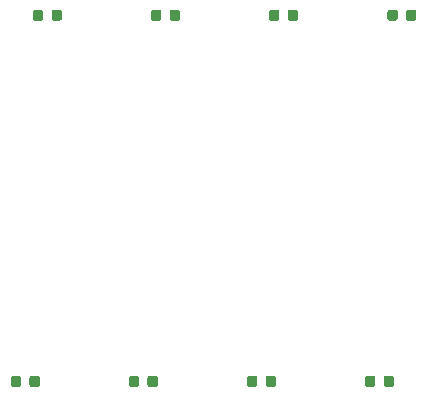
<source format=gbp>
G04 #@! TF.GenerationSoftware,KiCad,Pcbnew,(5.1.5)-3*
G04 #@! TF.CreationDate,2020-11-13T22:42:07+09:00*
G04 #@! TF.ProjectId,shield_servo_adc_sw_gpio_led,73686965-6c64-45f7-9365-72766f5f6164,rev?*
G04 #@! TF.SameCoordinates,PXb532b80PY717cbc0*
G04 #@! TF.FileFunction,Paste,Bot*
G04 #@! TF.FilePolarity,Positive*
%FSLAX46Y46*%
G04 Gerber Fmt 4.6, Leading zero omitted, Abs format (unit mm)*
G04 Created by KiCad (PCBNEW (5.1.5)-3) date 2020-11-13 22:42:07*
%MOMM*%
%LPD*%
G04 APERTURE LIST*
%ADD10C,0.100000*%
G04 APERTURE END LIST*
D10*
G36*
X39665191Y-35026053D02*
G01*
X39686426Y-35029203D01*
X39707250Y-35034419D01*
X39727462Y-35041651D01*
X39746868Y-35050830D01*
X39765281Y-35061866D01*
X39782524Y-35074654D01*
X39798430Y-35089070D01*
X39812846Y-35104976D01*
X39825634Y-35122219D01*
X39836670Y-35140632D01*
X39845849Y-35160038D01*
X39853081Y-35180250D01*
X39858297Y-35201074D01*
X39861447Y-35222309D01*
X39862500Y-35243750D01*
X39862500Y-35756250D01*
X39861447Y-35777691D01*
X39858297Y-35798926D01*
X39853081Y-35819750D01*
X39845849Y-35839962D01*
X39836670Y-35859368D01*
X39825634Y-35877781D01*
X39812846Y-35895024D01*
X39798430Y-35910930D01*
X39782524Y-35925346D01*
X39765281Y-35938134D01*
X39746868Y-35949170D01*
X39727462Y-35958349D01*
X39707250Y-35965581D01*
X39686426Y-35970797D01*
X39665191Y-35973947D01*
X39643750Y-35975000D01*
X39206250Y-35975000D01*
X39184809Y-35973947D01*
X39163574Y-35970797D01*
X39142750Y-35965581D01*
X39122538Y-35958349D01*
X39103132Y-35949170D01*
X39084719Y-35938134D01*
X39067476Y-35925346D01*
X39051570Y-35910930D01*
X39037154Y-35895024D01*
X39024366Y-35877781D01*
X39013330Y-35859368D01*
X39004151Y-35839962D01*
X38996919Y-35819750D01*
X38991703Y-35798926D01*
X38988553Y-35777691D01*
X38987500Y-35756250D01*
X38987500Y-35243750D01*
X38988553Y-35222309D01*
X38991703Y-35201074D01*
X38996919Y-35180250D01*
X39004151Y-35160038D01*
X39013330Y-35140632D01*
X39024366Y-35122219D01*
X39037154Y-35104976D01*
X39051570Y-35089070D01*
X39067476Y-35074654D01*
X39084719Y-35061866D01*
X39103132Y-35050830D01*
X39122538Y-35041651D01*
X39142750Y-35034419D01*
X39163574Y-35029203D01*
X39184809Y-35026053D01*
X39206250Y-35025000D01*
X39643750Y-35025000D01*
X39665191Y-35026053D01*
G37*
G36*
X41240191Y-35026053D02*
G01*
X41261426Y-35029203D01*
X41282250Y-35034419D01*
X41302462Y-35041651D01*
X41321868Y-35050830D01*
X41340281Y-35061866D01*
X41357524Y-35074654D01*
X41373430Y-35089070D01*
X41387846Y-35104976D01*
X41400634Y-35122219D01*
X41411670Y-35140632D01*
X41420849Y-35160038D01*
X41428081Y-35180250D01*
X41433297Y-35201074D01*
X41436447Y-35222309D01*
X41437500Y-35243750D01*
X41437500Y-35756250D01*
X41436447Y-35777691D01*
X41433297Y-35798926D01*
X41428081Y-35819750D01*
X41420849Y-35839962D01*
X41411670Y-35859368D01*
X41400634Y-35877781D01*
X41387846Y-35895024D01*
X41373430Y-35910930D01*
X41357524Y-35925346D01*
X41340281Y-35938134D01*
X41321868Y-35949170D01*
X41302462Y-35958349D01*
X41282250Y-35965581D01*
X41261426Y-35970797D01*
X41240191Y-35973947D01*
X41218750Y-35975000D01*
X40781250Y-35975000D01*
X40759809Y-35973947D01*
X40738574Y-35970797D01*
X40717750Y-35965581D01*
X40697538Y-35958349D01*
X40678132Y-35949170D01*
X40659719Y-35938134D01*
X40642476Y-35925346D01*
X40626570Y-35910930D01*
X40612154Y-35895024D01*
X40599366Y-35877781D01*
X40588330Y-35859368D01*
X40579151Y-35839962D01*
X40571919Y-35819750D01*
X40566703Y-35798926D01*
X40563553Y-35777691D01*
X40562500Y-35756250D01*
X40562500Y-35243750D01*
X40563553Y-35222309D01*
X40566703Y-35201074D01*
X40571919Y-35180250D01*
X40579151Y-35160038D01*
X40588330Y-35140632D01*
X40599366Y-35122219D01*
X40612154Y-35104976D01*
X40626570Y-35089070D01*
X40642476Y-35074654D01*
X40659719Y-35061866D01*
X40678132Y-35050830D01*
X40697538Y-35041651D01*
X40717750Y-35034419D01*
X40738574Y-35029203D01*
X40759809Y-35026053D01*
X40781250Y-35025000D01*
X41218750Y-35025000D01*
X41240191Y-35026053D01*
G37*
G36*
X29665191Y-35026053D02*
G01*
X29686426Y-35029203D01*
X29707250Y-35034419D01*
X29727462Y-35041651D01*
X29746868Y-35050830D01*
X29765281Y-35061866D01*
X29782524Y-35074654D01*
X29798430Y-35089070D01*
X29812846Y-35104976D01*
X29825634Y-35122219D01*
X29836670Y-35140632D01*
X29845849Y-35160038D01*
X29853081Y-35180250D01*
X29858297Y-35201074D01*
X29861447Y-35222309D01*
X29862500Y-35243750D01*
X29862500Y-35756250D01*
X29861447Y-35777691D01*
X29858297Y-35798926D01*
X29853081Y-35819750D01*
X29845849Y-35839962D01*
X29836670Y-35859368D01*
X29825634Y-35877781D01*
X29812846Y-35895024D01*
X29798430Y-35910930D01*
X29782524Y-35925346D01*
X29765281Y-35938134D01*
X29746868Y-35949170D01*
X29727462Y-35958349D01*
X29707250Y-35965581D01*
X29686426Y-35970797D01*
X29665191Y-35973947D01*
X29643750Y-35975000D01*
X29206250Y-35975000D01*
X29184809Y-35973947D01*
X29163574Y-35970797D01*
X29142750Y-35965581D01*
X29122538Y-35958349D01*
X29103132Y-35949170D01*
X29084719Y-35938134D01*
X29067476Y-35925346D01*
X29051570Y-35910930D01*
X29037154Y-35895024D01*
X29024366Y-35877781D01*
X29013330Y-35859368D01*
X29004151Y-35839962D01*
X28996919Y-35819750D01*
X28991703Y-35798926D01*
X28988553Y-35777691D01*
X28987500Y-35756250D01*
X28987500Y-35243750D01*
X28988553Y-35222309D01*
X28991703Y-35201074D01*
X28996919Y-35180250D01*
X29004151Y-35160038D01*
X29013330Y-35140632D01*
X29024366Y-35122219D01*
X29037154Y-35104976D01*
X29051570Y-35089070D01*
X29067476Y-35074654D01*
X29084719Y-35061866D01*
X29103132Y-35050830D01*
X29122538Y-35041651D01*
X29142750Y-35034419D01*
X29163574Y-35029203D01*
X29184809Y-35026053D01*
X29206250Y-35025000D01*
X29643750Y-35025000D01*
X29665191Y-35026053D01*
G37*
G36*
X31240191Y-35026053D02*
G01*
X31261426Y-35029203D01*
X31282250Y-35034419D01*
X31302462Y-35041651D01*
X31321868Y-35050830D01*
X31340281Y-35061866D01*
X31357524Y-35074654D01*
X31373430Y-35089070D01*
X31387846Y-35104976D01*
X31400634Y-35122219D01*
X31411670Y-35140632D01*
X31420849Y-35160038D01*
X31428081Y-35180250D01*
X31433297Y-35201074D01*
X31436447Y-35222309D01*
X31437500Y-35243750D01*
X31437500Y-35756250D01*
X31436447Y-35777691D01*
X31433297Y-35798926D01*
X31428081Y-35819750D01*
X31420849Y-35839962D01*
X31411670Y-35859368D01*
X31400634Y-35877781D01*
X31387846Y-35895024D01*
X31373430Y-35910930D01*
X31357524Y-35925346D01*
X31340281Y-35938134D01*
X31321868Y-35949170D01*
X31302462Y-35958349D01*
X31282250Y-35965581D01*
X31261426Y-35970797D01*
X31240191Y-35973947D01*
X31218750Y-35975000D01*
X30781250Y-35975000D01*
X30759809Y-35973947D01*
X30738574Y-35970797D01*
X30717750Y-35965581D01*
X30697538Y-35958349D01*
X30678132Y-35949170D01*
X30659719Y-35938134D01*
X30642476Y-35925346D01*
X30626570Y-35910930D01*
X30612154Y-35895024D01*
X30599366Y-35877781D01*
X30588330Y-35859368D01*
X30579151Y-35839962D01*
X30571919Y-35819750D01*
X30566703Y-35798926D01*
X30563553Y-35777691D01*
X30562500Y-35756250D01*
X30562500Y-35243750D01*
X30563553Y-35222309D01*
X30566703Y-35201074D01*
X30571919Y-35180250D01*
X30579151Y-35160038D01*
X30588330Y-35140632D01*
X30599366Y-35122219D01*
X30612154Y-35104976D01*
X30626570Y-35089070D01*
X30642476Y-35074654D01*
X30659719Y-35061866D01*
X30678132Y-35050830D01*
X30697538Y-35041651D01*
X30717750Y-35034419D01*
X30738574Y-35029203D01*
X30759809Y-35026053D01*
X30781250Y-35025000D01*
X31218750Y-35025000D01*
X31240191Y-35026053D01*
G37*
G36*
X19665191Y-35026053D02*
G01*
X19686426Y-35029203D01*
X19707250Y-35034419D01*
X19727462Y-35041651D01*
X19746868Y-35050830D01*
X19765281Y-35061866D01*
X19782524Y-35074654D01*
X19798430Y-35089070D01*
X19812846Y-35104976D01*
X19825634Y-35122219D01*
X19836670Y-35140632D01*
X19845849Y-35160038D01*
X19853081Y-35180250D01*
X19858297Y-35201074D01*
X19861447Y-35222309D01*
X19862500Y-35243750D01*
X19862500Y-35756250D01*
X19861447Y-35777691D01*
X19858297Y-35798926D01*
X19853081Y-35819750D01*
X19845849Y-35839962D01*
X19836670Y-35859368D01*
X19825634Y-35877781D01*
X19812846Y-35895024D01*
X19798430Y-35910930D01*
X19782524Y-35925346D01*
X19765281Y-35938134D01*
X19746868Y-35949170D01*
X19727462Y-35958349D01*
X19707250Y-35965581D01*
X19686426Y-35970797D01*
X19665191Y-35973947D01*
X19643750Y-35975000D01*
X19206250Y-35975000D01*
X19184809Y-35973947D01*
X19163574Y-35970797D01*
X19142750Y-35965581D01*
X19122538Y-35958349D01*
X19103132Y-35949170D01*
X19084719Y-35938134D01*
X19067476Y-35925346D01*
X19051570Y-35910930D01*
X19037154Y-35895024D01*
X19024366Y-35877781D01*
X19013330Y-35859368D01*
X19004151Y-35839962D01*
X18996919Y-35819750D01*
X18991703Y-35798926D01*
X18988553Y-35777691D01*
X18987500Y-35756250D01*
X18987500Y-35243750D01*
X18988553Y-35222309D01*
X18991703Y-35201074D01*
X18996919Y-35180250D01*
X19004151Y-35160038D01*
X19013330Y-35140632D01*
X19024366Y-35122219D01*
X19037154Y-35104976D01*
X19051570Y-35089070D01*
X19067476Y-35074654D01*
X19084719Y-35061866D01*
X19103132Y-35050830D01*
X19122538Y-35041651D01*
X19142750Y-35034419D01*
X19163574Y-35029203D01*
X19184809Y-35026053D01*
X19206250Y-35025000D01*
X19643750Y-35025000D01*
X19665191Y-35026053D01*
G37*
G36*
X21240191Y-35026053D02*
G01*
X21261426Y-35029203D01*
X21282250Y-35034419D01*
X21302462Y-35041651D01*
X21321868Y-35050830D01*
X21340281Y-35061866D01*
X21357524Y-35074654D01*
X21373430Y-35089070D01*
X21387846Y-35104976D01*
X21400634Y-35122219D01*
X21411670Y-35140632D01*
X21420849Y-35160038D01*
X21428081Y-35180250D01*
X21433297Y-35201074D01*
X21436447Y-35222309D01*
X21437500Y-35243750D01*
X21437500Y-35756250D01*
X21436447Y-35777691D01*
X21433297Y-35798926D01*
X21428081Y-35819750D01*
X21420849Y-35839962D01*
X21411670Y-35859368D01*
X21400634Y-35877781D01*
X21387846Y-35895024D01*
X21373430Y-35910930D01*
X21357524Y-35925346D01*
X21340281Y-35938134D01*
X21321868Y-35949170D01*
X21302462Y-35958349D01*
X21282250Y-35965581D01*
X21261426Y-35970797D01*
X21240191Y-35973947D01*
X21218750Y-35975000D01*
X20781250Y-35975000D01*
X20759809Y-35973947D01*
X20738574Y-35970797D01*
X20717750Y-35965581D01*
X20697538Y-35958349D01*
X20678132Y-35949170D01*
X20659719Y-35938134D01*
X20642476Y-35925346D01*
X20626570Y-35910930D01*
X20612154Y-35895024D01*
X20599366Y-35877781D01*
X20588330Y-35859368D01*
X20579151Y-35839962D01*
X20571919Y-35819750D01*
X20566703Y-35798926D01*
X20563553Y-35777691D01*
X20562500Y-35756250D01*
X20562500Y-35243750D01*
X20563553Y-35222309D01*
X20566703Y-35201074D01*
X20571919Y-35180250D01*
X20579151Y-35160038D01*
X20588330Y-35140632D01*
X20599366Y-35122219D01*
X20612154Y-35104976D01*
X20626570Y-35089070D01*
X20642476Y-35074654D01*
X20659719Y-35061866D01*
X20678132Y-35050830D01*
X20697538Y-35041651D01*
X20717750Y-35034419D01*
X20738574Y-35029203D01*
X20759809Y-35026053D01*
X20781250Y-35025000D01*
X21218750Y-35025000D01*
X21240191Y-35026053D01*
G37*
G36*
X9665191Y-35026053D02*
G01*
X9686426Y-35029203D01*
X9707250Y-35034419D01*
X9727462Y-35041651D01*
X9746868Y-35050830D01*
X9765281Y-35061866D01*
X9782524Y-35074654D01*
X9798430Y-35089070D01*
X9812846Y-35104976D01*
X9825634Y-35122219D01*
X9836670Y-35140632D01*
X9845849Y-35160038D01*
X9853081Y-35180250D01*
X9858297Y-35201074D01*
X9861447Y-35222309D01*
X9862500Y-35243750D01*
X9862500Y-35756250D01*
X9861447Y-35777691D01*
X9858297Y-35798926D01*
X9853081Y-35819750D01*
X9845849Y-35839962D01*
X9836670Y-35859368D01*
X9825634Y-35877781D01*
X9812846Y-35895024D01*
X9798430Y-35910930D01*
X9782524Y-35925346D01*
X9765281Y-35938134D01*
X9746868Y-35949170D01*
X9727462Y-35958349D01*
X9707250Y-35965581D01*
X9686426Y-35970797D01*
X9665191Y-35973947D01*
X9643750Y-35975000D01*
X9206250Y-35975000D01*
X9184809Y-35973947D01*
X9163574Y-35970797D01*
X9142750Y-35965581D01*
X9122538Y-35958349D01*
X9103132Y-35949170D01*
X9084719Y-35938134D01*
X9067476Y-35925346D01*
X9051570Y-35910930D01*
X9037154Y-35895024D01*
X9024366Y-35877781D01*
X9013330Y-35859368D01*
X9004151Y-35839962D01*
X8996919Y-35819750D01*
X8991703Y-35798926D01*
X8988553Y-35777691D01*
X8987500Y-35756250D01*
X8987500Y-35243750D01*
X8988553Y-35222309D01*
X8991703Y-35201074D01*
X8996919Y-35180250D01*
X9004151Y-35160038D01*
X9013330Y-35140632D01*
X9024366Y-35122219D01*
X9037154Y-35104976D01*
X9051570Y-35089070D01*
X9067476Y-35074654D01*
X9084719Y-35061866D01*
X9103132Y-35050830D01*
X9122538Y-35041651D01*
X9142750Y-35034419D01*
X9163574Y-35029203D01*
X9184809Y-35026053D01*
X9206250Y-35025000D01*
X9643750Y-35025000D01*
X9665191Y-35026053D01*
G37*
G36*
X11240191Y-35026053D02*
G01*
X11261426Y-35029203D01*
X11282250Y-35034419D01*
X11302462Y-35041651D01*
X11321868Y-35050830D01*
X11340281Y-35061866D01*
X11357524Y-35074654D01*
X11373430Y-35089070D01*
X11387846Y-35104976D01*
X11400634Y-35122219D01*
X11411670Y-35140632D01*
X11420849Y-35160038D01*
X11428081Y-35180250D01*
X11433297Y-35201074D01*
X11436447Y-35222309D01*
X11437500Y-35243750D01*
X11437500Y-35756250D01*
X11436447Y-35777691D01*
X11433297Y-35798926D01*
X11428081Y-35819750D01*
X11420849Y-35839962D01*
X11411670Y-35859368D01*
X11400634Y-35877781D01*
X11387846Y-35895024D01*
X11373430Y-35910930D01*
X11357524Y-35925346D01*
X11340281Y-35938134D01*
X11321868Y-35949170D01*
X11302462Y-35958349D01*
X11282250Y-35965581D01*
X11261426Y-35970797D01*
X11240191Y-35973947D01*
X11218750Y-35975000D01*
X10781250Y-35975000D01*
X10759809Y-35973947D01*
X10738574Y-35970797D01*
X10717750Y-35965581D01*
X10697538Y-35958349D01*
X10678132Y-35949170D01*
X10659719Y-35938134D01*
X10642476Y-35925346D01*
X10626570Y-35910930D01*
X10612154Y-35895024D01*
X10599366Y-35877781D01*
X10588330Y-35859368D01*
X10579151Y-35839962D01*
X10571919Y-35819750D01*
X10566703Y-35798926D01*
X10563553Y-35777691D01*
X10562500Y-35756250D01*
X10562500Y-35243750D01*
X10563553Y-35222309D01*
X10566703Y-35201074D01*
X10571919Y-35180250D01*
X10579151Y-35160038D01*
X10588330Y-35140632D01*
X10599366Y-35122219D01*
X10612154Y-35104976D01*
X10626570Y-35089070D01*
X10642476Y-35074654D01*
X10659719Y-35061866D01*
X10678132Y-35050830D01*
X10697538Y-35041651D01*
X10717750Y-35034419D01*
X10738574Y-35029203D01*
X10759809Y-35026053D01*
X10781250Y-35025000D01*
X11218750Y-35025000D01*
X11240191Y-35026053D01*
G37*
G36*
X43127691Y-4026053D02*
G01*
X43148926Y-4029203D01*
X43169750Y-4034419D01*
X43189962Y-4041651D01*
X43209368Y-4050830D01*
X43227781Y-4061866D01*
X43245024Y-4074654D01*
X43260930Y-4089070D01*
X43275346Y-4104976D01*
X43288134Y-4122219D01*
X43299170Y-4140632D01*
X43308349Y-4160038D01*
X43315581Y-4180250D01*
X43320797Y-4201074D01*
X43323947Y-4222309D01*
X43325000Y-4243750D01*
X43325000Y-4756250D01*
X43323947Y-4777691D01*
X43320797Y-4798926D01*
X43315581Y-4819750D01*
X43308349Y-4839962D01*
X43299170Y-4859368D01*
X43288134Y-4877781D01*
X43275346Y-4895024D01*
X43260930Y-4910930D01*
X43245024Y-4925346D01*
X43227781Y-4938134D01*
X43209368Y-4949170D01*
X43189962Y-4958349D01*
X43169750Y-4965581D01*
X43148926Y-4970797D01*
X43127691Y-4973947D01*
X43106250Y-4975000D01*
X42668750Y-4975000D01*
X42647309Y-4973947D01*
X42626074Y-4970797D01*
X42605250Y-4965581D01*
X42585038Y-4958349D01*
X42565632Y-4949170D01*
X42547219Y-4938134D01*
X42529976Y-4925346D01*
X42514070Y-4910930D01*
X42499654Y-4895024D01*
X42486866Y-4877781D01*
X42475830Y-4859368D01*
X42466651Y-4839962D01*
X42459419Y-4819750D01*
X42454203Y-4798926D01*
X42451053Y-4777691D01*
X42450000Y-4756250D01*
X42450000Y-4243750D01*
X42451053Y-4222309D01*
X42454203Y-4201074D01*
X42459419Y-4180250D01*
X42466651Y-4160038D01*
X42475830Y-4140632D01*
X42486866Y-4122219D01*
X42499654Y-4104976D01*
X42514070Y-4089070D01*
X42529976Y-4074654D01*
X42547219Y-4061866D01*
X42565632Y-4050830D01*
X42585038Y-4041651D01*
X42605250Y-4034419D01*
X42626074Y-4029203D01*
X42647309Y-4026053D01*
X42668750Y-4025000D01*
X43106250Y-4025000D01*
X43127691Y-4026053D01*
G37*
G36*
X41552691Y-4026053D02*
G01*
X41573926Y-4029203D01*
X41594750Y-4034419D01*
X41614962Y-4041651D01*
X41634368Y-4050830D01*
X41652781Y-4061866D01*
X41670024Y-4074654D01*
X41685930Y-4089070D01*
X41700346Y-4104976D01*
X41713134Y-4122219D01*
X41724170Y-4140632D01*
X41733349Y-4160038D01*
X41740581Y-4180250D01*
X41745797Y-4201074D01*
X41748947Y-4222309D01*
X41750000Y-4243750D01*
X41750000Y-4756250D01*
X41748947Y-4777691D01*
X41745797Y-4798926D01*
X41740581Y-4819750D01*
X41733349Y-4839962D01*
X41724170Y-4859368D01*
X41713134Y-4877781D01*
X41700346Y-4895024D01*
X41685930Y-4910930D01*
X41670024Y-4925346D01*
X41652781Y-4938134D01*
X41634368Y-4949170D01*
X41614962Y-4958349D01*
X41594750Y-4965581D01*
X41573926Y-4970797D01*
X41552691Y-4973947D01*
X41531250Y-4975000D01*
X41093750Y-4975000D01*
X41072309Y-4973947D01*
X41051074Y-4970797D01*
X41030250Y-4965581D01*
X41010038Y-4958349D01*
X40990632Y-4949170D01*
X40972219Y-4938134D01*
X40954976Y-4925346D01*
X40939070Y-4910930D01*
X40924654Y-4895024D01*
X40911866Y-4877781D01*
X40900830Y-4859368D01*
X40891651Y-4839962D01*
X40884419Y-4819750D01*
X40879203Y-4798926D01*
X40876053Y-4777691D01*
X40875000Y-4756250D01*
X40875000Y-4243750D01*
X40876053Y-4222309D01*
X40879203Y-4201074D01*
X40884419Y-4180250D01*
X40891651Y-4160038D01*
X40900830Y-4140632D01*
X40911866Y-4122219D01*
X40924654Y-4104976D01*
X40939070Y-4089070D01*
X40954976Y-4074654D01*
X40972219Y-4061866D01*
X40990632Y-4050830D01*
X41010038Y-4041651D01*
X41030250Y-4034419D01*
X41051074Y-4029203D01*
X41072309Y-4026053D01*
X41093750Y-4025000D01*
X41531250Y-4025000D01*
X41552691Y-4026053D01*
G37*
G36*
X33115191Y-4026053D02*
G01*
X33136426Y-4029203D01*
X33157250Y-4034419D01*
X33177462Y-4041651D01*
X33196868Y-4050830D01*
X33215281Y-4061866D01*
X33232524Y-4074654D01*
X33248430Y-4089070D01*
X33262846Y-4104976D01*
X33275634Y-4122219D01*
X33286670Y-4140632D01*
X33295849Y-4160038D01*
X33303081Y-4180250D01*
X33308297Y-4201074D01*
X33311447Y-4222309D01*
X33312500Y-4243750D01*
X33312500Y-4756250D01*
X33311447Y-4777691D01*
X33308297Y-4798926D01*
X33303081Y-4819750D01*
X33295849Y-4839962D01*
X33286670Y-4859368D01*
X33275634Y-4877781D01*
X33262846Y-4895024D01*
X33248430Y-4910930D01*
X33232524Y-4925346D01*
X33215281Y-4938134D01*
X33196868Y-4949170D01*
X33177462Y-4958349D01*
X33157250Y-4965581D01*
X33136426Y-4970797D01*
X33115191Y-4973947D01*
X33093750Y-4975000D01*
X32656250Y-4975000D01*
X32634809Y-4973947D01*
X32613574Y-4970797D01*
X32592750Y-4965581D01*
X32572538Y-4958349D01*
X32553132Y-4949170D01*
X32534719Y-4938134D01*
X32517476Y-4925346D01*
X32501570Y-4910930D01*
X32487154Y-4895024D01*
X32474366Y-4877781D01*
X32463330Y-4859368D01*
X32454151Y-4839962D01*
X32446919Y-4819750D01*
X32441703Y-4798926D01*
X32438553Y-4777691D01*
X32437500Y-4756250D01*
X32437500Y-4243750D01*
X32438553Y-4222309D01*
X32441703Y-4201074D01*
X32446919Y-4180250D01*
X32454151Y-4160038D01*
X32463330Y-4140632D01*
X32474366Y-4122219D01*
X32487154Y-4104976D01*
X32501570Y-4089070D01*
X32517476Y-4074654D01*
X32534719Y-4061866D01*
X32553132Y-4050830D01*
X32572538Y-4041651D01*
X32592750Y-4034419D01*
X32613574Y-4029203D01*
X32634809Y-4026053D01*
X32656250Y-4025000D01*
X33093750Y-4025000D01*
X33115191Y-4026053D01*
G37*
G36*
X31540191Y-4026053D02*
G01*
X31561426Y-4029203D01*
X31582250Y-4034419D01*
X31602462Y-4041651D01*
X31621868Y-4050830D01*
X31640281Y-4061866D01*
X31657524Y-4074654D01*
X31673430Y-4089070D01*
X31687846Y-4104976D01*
X31700634Y-4122219D01*
X31711670Y-4140632D01*
X31720849Y-4160038D01*
X31728081Y-4180250D01*
X31733297Y-4201074D01*
X31736447Y-4222309D01*
X31737500Y-4243750D01*
X31737500Y-4756250D01*
X31736447Y-4777691D01*
X31733297Y-4798926D01*
X31728081Y-4819750D01*
X31720849Y-4839962D01*
X31711670Y-4859368D01*
X31700634Y-4877781D01*
X31687846Y-4895024D01*
X31673430Y-4910930D01*
X31657524Y-4925346D01*
X31640281Y-4938134D01*
X31621868Y-4949170D01*
X31602462Y-4958349D01*
X31582250Y-4965581D01*
X31561426Y-4970797D01*
X31540191Y-4973947D01*
X31518750Y-4975000D01*
X31081250Y-4975000D01*
X31059809Y-4973947D01*
X31038574Y-4970797D01*
X31017750Y-4965581D01*
X30997538Y-4958349D01*
X30978132Y-4949170D01*
X30959719Y-4938134D01*
X30942476Y-4925346D01*
X30926570Y-4910930D01*
X30912154Y-4895024D01*
X30899366Y-4877781D01*
X30888330Y-4859368D01*
X30879151Y-4839962D01*
X30871919Y-4819750D01*
X30866703Y-4798926D01*
X30863553Y-4777691D01*
X30862500Y-4756250D01*
X30862500Y-4243750D01*
X30863553Y-4222309D01*
X30866703Y-4201074D01*
X30871919Y-4180250D01*
X30879151Y-4160038D01*
X30888330Y-4140632D01*
X30899366Y-4122219D01*
X30912154Y-4104976D01*
X30926570Y-4089070D01*
X30942476Y-4074654D01*
X30959719Y-4061866D01*
X30978132Y-4050830D01*
X30997538Y-4041651D01*
X31017750Y-4034419D01*
X31038574Y-4029203D01*
X31059809Y-4026053D01*
X31081250Y-4025000D01*
X31518750Y-4025000D01*
X31540191Y-4026053D01*
G37*
G36*
X23115191Y-4026053D02*
G01*
X23136426Y-4029203D01*
X23157250Y-4034419D01*
X23177462Y-4041651D01*
X23196868Y-4050830D01*
X23215281Y-4061866D01*
X23232524Y-4074654D01*
X23248430Y-4089070D01*
X23262846Y-4104976D01*
X23275634Y-4122219D01*
X23286670Y-4140632D01*
X23295849Y-4160038D01*
X23303081Y-4180250D01*
X23308297Y-4201074D01*
X23311447Y-4222309D01*
X23312500Y-4243750D01*
X23312500Y-4756250D01*
X23311447Y-4777691D01*
X23308297Y-4798926D01*
X23303081Y-4819750D01*
X23295849Y-4839962D01*
X23286670Y-4859368D01*
X23275634Y-4877781D01*
X23262846Y-4895024D01*
X23248430Y-4910930D01*
X23232524Y-4925346D01*
X23215281Y-4938134D01*
X23196868Y-4949170D01*
X23177462Y-4958349D01*
X23157250Y-4965581D01*
X23136426Y-4970797D01*
X23115191Y-4973947D01*
X23093750Y-4975000D01*
X22656250Y-4975000D01*
X22634809Y-4973947D01*
X22613574Y-4970797D01*
X22592750Y-4965581D01*
X22572538Y-4958349D01*
X22553132Y-4949170D01*
X22534719Y-4938134D01*
X22517476Y-4925346D01*
X22501570Y-4910930D01*
X22487154Y-4895024D01*
X22474366Y-4877781D01*
X22463330Y-4859368D01*
X22454151Y-4839962D01*
X22446919Y-4819750D01*
X22441703Y-4798926D01*
X22438553Y-4777691D01*
X22437500Y-4756250D01*
X22437500Y-4243750D01*
X22438553Y-4222309D01*
X22441703Y-4201074D01*
X22446919Y-4180250D01*
X22454151Y-4160038D01*
X22463330Y-4140632D01*
X22474366Y-4122219D01*
X22487154Y-4104976D01*
X22501570Y-4089070D01*
X22517476Y-4074654D01*
X22534719Y-4061866D01*
X22553132Y-4050830D01*
X22572538Y-4041651D01*
X22592750Y-4034419D01*
X22613574Y-4029203D01*
X22634809Y-4026053D01*
X22656250Y-4025000D01*
X23093750Y-4025000D01*
X23115191Y-4026053D01*
G37*
G36*
X21540191Y-4026053D02*
G01*
X21561426Y-4029203D01*
X21582250Y-4034419D01*
X21602462Y-4041651D01*
X21621868Y-4050830D01*
X21640281Y-4061866D01*
X21657524Y-4074654D01*
X21673430Y-4089070D01*
X21687846Y-4104976D01*
X21700634Y-4122219D01*
X21711670Y-4140632D01*
X21720849Y-4160038D01*
X21728081Y-4180250D01*
X21733297Y-4201074D01*
X21736447Y-4222309D01*
X21737500Y-4243750D01*
X21737500Y-4756250D01*
X21736447Y-4777691D01*
X21733297Y-4798926D01*
X21728081Y-4819750D01*
X21720849Y-4839962D01*
X21711670Y-4859368D01*
X21700634Y-4877781D01*
X21687846Y-4895024D01*
X21673430Y-4910930D01*
X21657524Y-4925346D01*
X21640281Y-4938134D01*
X21621868Y-4949170D01*
X21602462Y-4958349D01*
X21582250Y-4965581D01*
X21561426Y-4970797D01*
X21540191Y-4973947D01*
X21518750Y-4975000D01*
X21081250Y-4975000D01*
X21059809Y-4973947D01*
X21038574Y-4970797D01*
X21017750Y-4965581D01*
X20997538Y-4958349D01*
X20978132Y-4949170D01*
X20959719Y-4938134D01*
X20942476Y-4925346D01*
X20926570Y-4910930D01*
X20912154Y-4895024D01*
X20899366Y-4877781D01*
X20888330Y-4859368D01*
X20879151Y-4839962D01*
X20871919Y-4819750D01*
X20866703Y-4798926D01*
X20863553Y-4777691D01*
X20862500Y-4756250D01*
X20862500Y-4243750D01*
X20863553Y-4222309D01*
X20866703Y-4201074D01*
X20871919Y-4180250D01*
X20879151Y-4160038D01*
X20888330Y-4140632D01*
X20899366Y-4122219D01*
X20912154Y-4104976D01*
X20926570Y-4089070D01*
X20942476Y-4074654D01*
X20959719Y-4061866D01*
X20978132Y-4050830D01*
X20997538Y-4041651D01*
X21017750Y-4034419D01*
X21038574Y-4029203D01*
X21059809Y-4026053D01*
X21081250Y-4025000D01*
X21518750Y-4025000D01*
X21540191Y-4026053D01*
G37*
G36*
X13115191Y-4026053D02*
G01*
X13136426Y-4029203D01*
X13157250Y-4034419D01*
X13177462Y-4041651D01*
X13196868Y-4050830D01*
X13215281Y-4061866D01*
X13232524Y-4074654D01*
X13248430Y-4089070D01*
X13262846Y-4104976D01*
X13275634Y-4122219D01*
X13286670Y-4140632D01*
X13295849Y-4160038D01*
X13303081Y-4180250D01*
X13308297Y-4201074D01*
X13311447Y-4222309D01*
X13312500Y-4243750D01*
X13312500Y-4756250D01*
X13311447Y-4777691D01*
X13308297Y-4798926D01*
X13303081Y-4819750D01*
X13295849Y-4839962D01*
X13286670Y-4859368D01*
X13275634Y-4877781D01*
X13262846Y-4895024D01*
X13248430Y-4910930D01*
X13232524Y-4925346D01*
X13215281Y-4938134D01*
X13196868Y-4949170D01*
X13177462Y-4958349D01*
X13157250Y-4965581D01*
X13136426Y-4970797D01*
X13115191Y-4973947D01*
X13093750Y-4975000D01*
X12656250Y-4975000D01*
X12634809Y-4973947D01*
X12613574Y-4970797D01*
X12592750Y-4965581D01*
X12572538Y-4958349D01*
X12553132Y-4949170D01*
X12534719Y-4938134D01*
X12517476Y-4925346D01*
X12501570Y-4910930D01*
X12487154Y-4895024D01*
X12474366Y-4877781D01*
X12463330Y-4859368D01*
X12454151Y-4839962D01*
X12446919Y-4819750D01*
X12441703Y-4798926D01*
X12438553Y-4777691D01*
X12437500Y-4756250D01*
X12437500Y-4243750D01*
X12438553Y-4222309D01*
X12441703Y-4201074D01*
X12446919Y-4180250D01*
X12454151Y-4160038D01*
X12463330Y-4140632D01*
X12474366Y-4122219D01*
X12487154Y-4104976D01*
X12501570Y-4089070D01*
X12517476Y-4074654D01*
X12534719Y-4061866D01*
X12553132Y-4050830D01*
X12572538Y-4041651D01*
X12592750Y-4034419D01*
X12613574Y-4029203D01*
X12634809Y-4026053D01*
X12656250Y-4025000D01*
X13093750Y-4025000D01*
X13115191Y-4026053D01*
G37*
G36*
X11540191Y-4026053D02*
G01*
X11561426Y-4029203D01*
X11582250Y-4034419D01*
X11602462Y-4041651D01*
X11621868Y-4050830D01*
X11640281Y-4061866D01*
X11657524Y-4074654D01*
X11673430Y-4089070D01*
X11687846Y-4104976D01*
X11700634Y-4122219D01*
X11711670Y-4140632D01*
X11720849Y-4160038D01*
X11728081Y-4180250D01*
X11733297Y-4201074D01*
X11736447Y-4222309D01*
X11737500Y-4243750D01*
X11737500Y-4756250D01*
X11736447Y-4777691D01*
X11733297Y-4798926D01*
X11728081Y-4819750D01*
X11720849Y-4839962D01*
X11711670Y-4859368D01*
X11700634Y-4877781D01*
X11687846Y-4895024D01*
X11673430Y-4910930D01*
X11657524Y-4925346D01*
X11640281Y-4938134D01*
X11621868Y-4949170D01*
X11602462Y-4958349D01*
X11582250Y-4965581D01*
X11561426Y-4970797D01*
X11540191Y-4973947D01*
X11518750Y-4975000D01*
X11081250Y-4975000D01*
X11059809Y-4973947D01*
X11038574Y-4970797D01*
X11017750Y-4965581D01*
X10997538Y-4958349D01*
X10978132Y-4949170D01*
X10959719Y-4938134D01*
X10942476Y-4925346D01*
X10926570Y-4910930D01*
X10912154Y-4895024D01*
X10899366Y-4877781D01*
X10888330Y-4859368D01*
X10879151Y-4839962D01*
X10871919Y-4819750D01*
X10866703Y-4798926D01*
X10863553Y-4777691D01*
X10862500Y-4756250D01*
X10862500Y-4243750D01*
X10863553Y-4222309D01*
X10866703Y-4201074D01*
X10871919Y-4180250D01*
X10879151Y-4160038D01*
X10888330Y-4140632D01*
X10899366Y-4122219D01*
X10912154Y-4104976D01*
X10926570Y-4089070D01*
X10942476Y-4074654D01*
X10959719Y-4061866D01*
X10978132Y-4050830D01*
X10997538Y-4041651D01*
X11017750Y-4034419D01*
X11038574Y-4029203D01*
X11059809Y-4026053D01*
X11081250Y-4025000D01*
X11518750Y-4025000D01*
X11540191Y-4026053D01*
G37*
M02*

</source>
